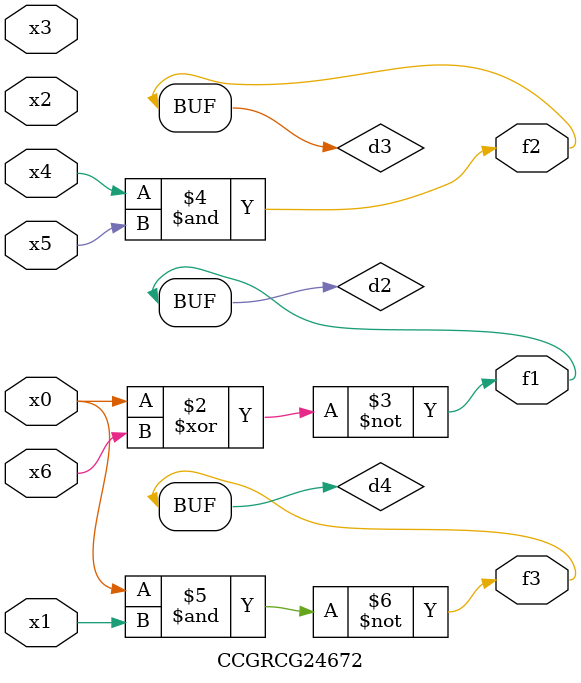
<source format=v>
module CCGRCG24672(
	input x0, x1, x2, x3, x4, x5, x6,
	output f1, f2, f3
);

	wire d1, d2, d3, d4;

	nor (d1, x0);
	xnor (d2, x0, x6);
	and (d3, x4, x5);
	nand (d4, x0, x1);
	assign f1 = d2;
	assign f2 = d3;
	assign f3 = d4;
endmodule

</source>
